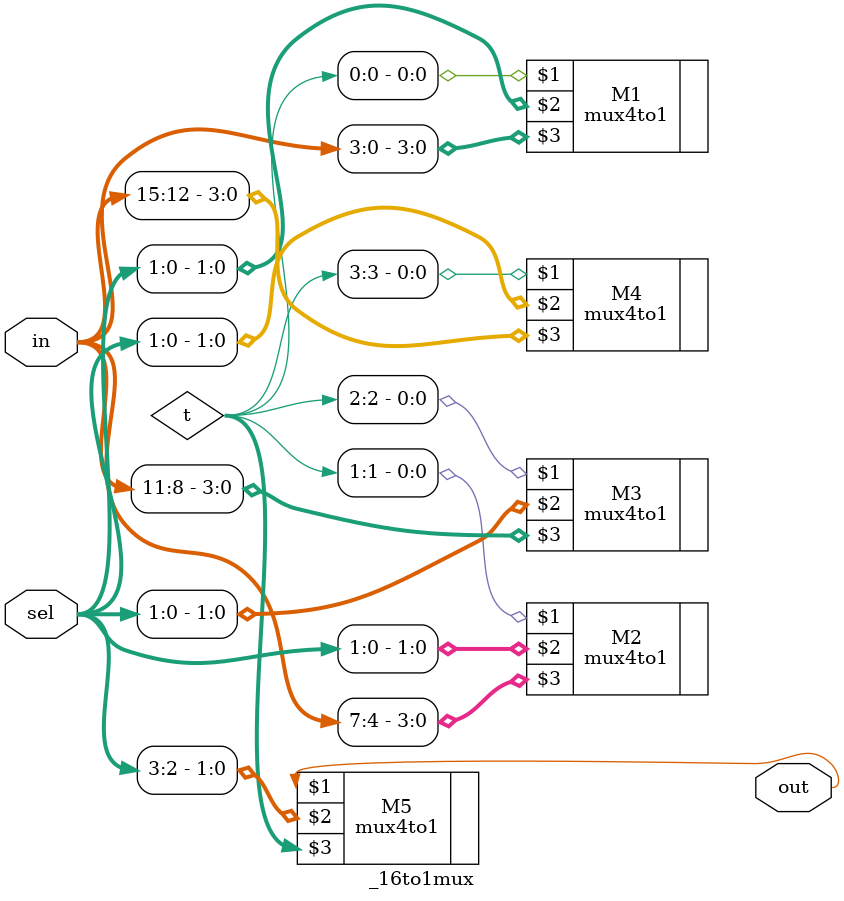
<source format=v>
`include "mux4to1.v"
module _16to1mux(in,sel,out);
    input [15:0] in;
    input [3:0] sel;
    output out;
    wire [3:0] t;

    mux4to1 M1 (t[0],sel[1:0],in[3:0]);
    mux4to1 M2 (t[1],sel[1:0],in[7:4]);
    mux4to1 M3 (t[2],sel[1:0],in[11:8]);
    mux4to1 M4 (t[3],sel[1:0],in[15:12]);
    mux4to1 M5 (out,sel[3:2],t[3:0]);
    
endmodule
</source>
